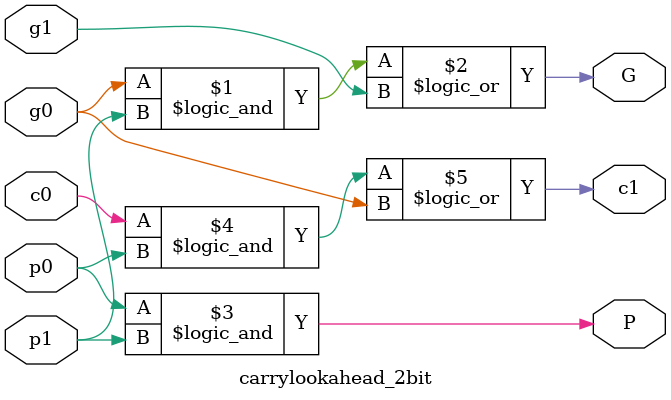
<source format=v>
module carrylookahead_2bit
(
	/*input*/
	input wire p0,
	input wire p1,
	input wire g0,
	input wire g1,
	input wire c0,
	/*output*/
	output wire G,
	output wire P,
	output wire c1
);
	assign G = (g0 && p1) || g1;
	assign P =  p0 && p1;
	assign c1 = (c0 && p0) || g0; 
endmodule
</source>
